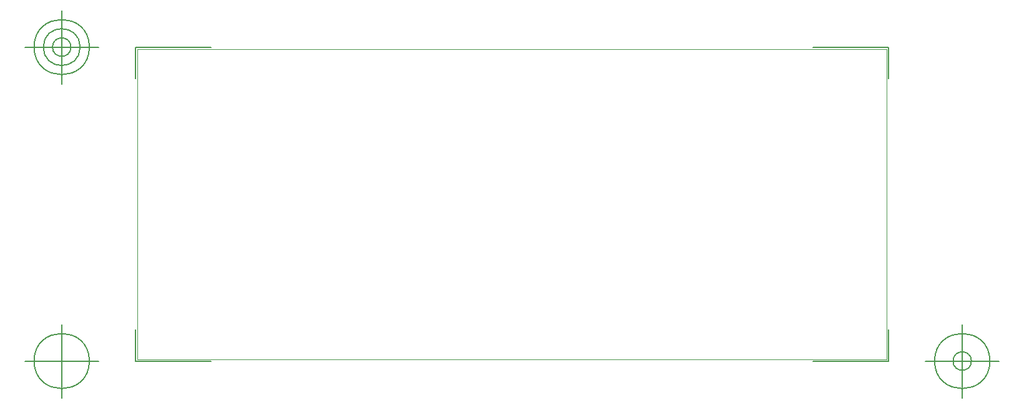
<source format=gbr>
G04 Generated by Ultiboard 14.0 *
%FSLAX34Y34*%
%MOMM*%

%ADD10C,0.0001*%
%ADD11C,0.0010*%
%ADD12C,0.1270*%


G04 ColorRGB 00FFFF for the following layer *
%LNBoard Outline*%
%LPD*%
G54D10*
G54D11*
X0Y601980D02*
X1016003Y601980D01*
X1016003Y1023628D01*
X0Y1023628D01*
X0Y601980D01*
G54D12*
X-2540Y599440D02*
X-2540Y642113D01*
X-2540Y599440D02*
X99568Y599440D01*
X1018543Y599440D02*
X916435Y599440D01*
X1018543Y599440D02*
X1018543Y642113D01*
X1018543Y1026168D02*
X1018543Y983495D01*
X1018543Y1026168D02*
X916435Y1026168D01*
X-2540Y1026168D02*
X99568Y1026168D01*
X-2540Y1026168D02*
X-2540Y983495D01*
X-52540Y599440D02*
X-152540Y599440D01*
X-102540Y549440D02*
X-102540Y649440D01*
X-140040Y599440D02*
G75*
D01*
G02X-140040Y599440I37500J0*
G01*
X1068543Y599440D02*
X1168543Y599440D01*
X1118543Y549440D02*
X1118543Y649440D01*
X1081043Y599440D02*
G75*
D01*
G02X1081043Y599440I37500J0*
G01*
X1106043Y599440D02*
G75*
D01*
G02X1106043Y599440I12500J0*
G01*
X-52540Y1026168D02*
X-152540Y1026168D01*
X-102540Y976168D02*
X-102540Y1076168D01*
X-140040Y1026168D02*
G75*
D01*
G02X-140040Y1026168I37500J0*
G01*
X-127540Y1026168D02*
G75*
D01*
G02X-127540Y1026168I25000J0*
G01*
X-115040Y1026168D02*
G75*
D01*
G02X-115040Y1026168I12500J0*
G01*

M02*

</source>
